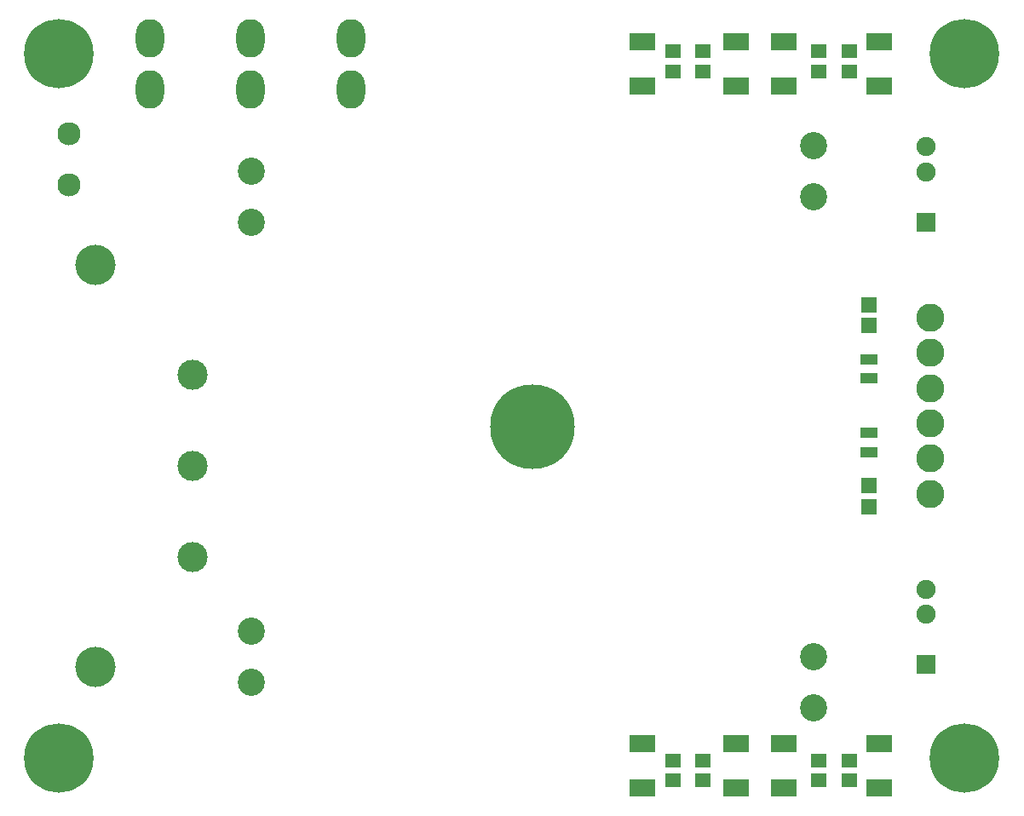
<source format=gts>
G04 #@! TF.FileFunction,Soldermask,Top*
%FSLAX46Y46*%
G04 Gerber Fmt 4.6, Leading zero omitted, Abs format (unit mm)*
G04 Created by KiCad (PCBNEW 4.0.2-stable) date Monday, August 15, 2016 'AMt' 09:37:36 AM*
%MOMM*%
G01*
G04 APERTURE LIST*
%ADD10C,0.100000*%
%ADD11C,8.400000*%
%ADD12C,2.700000*%
%ADD13C,1.900000*%
%ADD14R,1.900000X1.900000*%
%ADD15O,2.800000X3.800000*%
%ADD16C,3.000000*%
%ADD17C,4.000000*%
%ADD18R,1.598880X1.598880*%
%ADD19C,2.300000*%
%ADD20C,6.900000*%
%ADD21R,1.650000X1.400000*%
%ADD22R,1.700000X1.100000*%
%ADD23C,2.800000*%
%ADD24R,2.500000X1.800000*%
G04 APERTURE END LIST*
D10*
D11*
X153540000Y-98600000D03*
D12*
X125600000Y-78280000D03*
X125600000Y-73200000D03*
X125600000Y-118920000D03*
X125600000Y-124000000D03*
X181480000Y-70660000D03*
X181480000Y-75740000D03*
X181480000Y-126540000D03*
X181480000Y-121460000D03*
D13*
X192700000Y-70750000D03*
D14*
X192700000Y-78250000D03*
D13*
X192700000Y-73250000D03*
D15*
X135500000Y-65040000D03*
X135500000Y-59960000D03*
X125500000Y-65040000D03*
X125500000Y-59960000D03*
X115500000Y-65040000D03*
X115500000Y-59960000D03*
D16*
X119800000Y-93450000D03*
X119800000Y-102500000D03*
X119800000Y-111550000D03*
D17*
X110100000Y-82500000D03*
X110100000Y-122500000D03*
D18*
X187000000Y-104450980D03*
X187000000Y-106549020D03*
X187000000Y-86450980D03*
X187000000Y-88549020D03*
D19*
X107500000Y-74540000D03*
X107500000Y-69460000D03*
D20*
X106500000Y-131500000D03*
X196500000Y-131500000D03*
X106500000Y-61500000D03*
X196500000Y-61500000D03*
D21*
X185000000Y-63250000D03*
X185000000Y-61250000D03*
X167500000Y-61250000D03*
X167500000Y-63250000D03*
X182000000Y-63250000D03*
X182000000Y-61250000D03*
X170500000Y-61250000D03*
X170500000Y-63250000D03*
X170500000Y-131750000D03*
X170500000Y-133750000D03*
X182000000Y-133750000D03*
X182000000Y-131750000D03*
X167500000Y-131750000D03*
X167500000Y-133750000D03*
X185000000Y-133750000D03*
X185000000Y-131750000D03*
D22*
X187000000Y-93800000D03*
X187000000Y-91900000D03*
X187000000Y-101100000D03*
X187000000Y-99200000D03*
D23*
X193100000Y-101750000D03*
X193100000Y-105250000D03*
X193100000Y-98250000D03*
X193100000Y-94750000D03*
X193100000Y-91250000D03*
X193100000Y-87750000D03*
D24*
X188000000Y-60300000D03*
X188000000Y-64700000D03*
X173750000Y-64700000D03*
X173750000Y-60300000D03*
X188000000Y-130050000D03*
X188000000Y-134450000D03*
X164500000Y-134450000D03*
X164500000Y-130050000D03*
X178500000Y-130050000D03*
X178500000Y-134450000D03*
X173750000Y-134450000D03*
X173750000Y-130050000D03*
X178500000Y-60300000D03*
X178500000Y-64700000D03*
X164500000Y-64700000D03*
X164500000Y-60300000D03*
D13*
X192700000Y-114750000D03*
D14*
X192700000Y-122250000D03*
D13*
X192700000Y-117250000D03*
M02*

</source>
